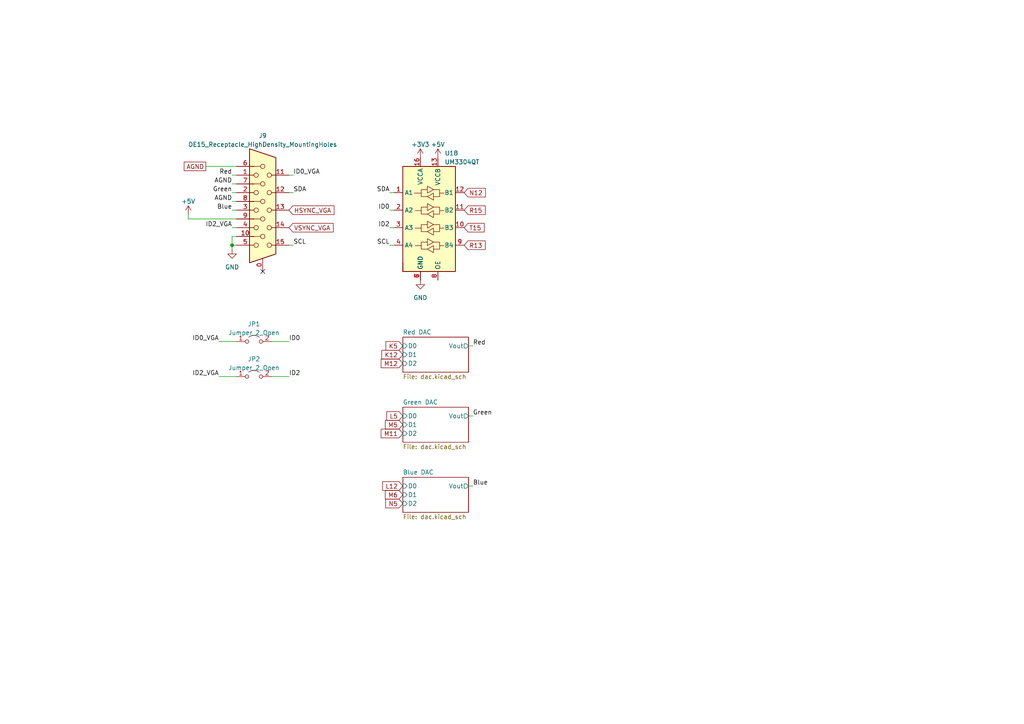
<source format=kicad_sch>
(kicad_sch (version 20230121) (generator eeschema)
  (paper "A4")
  (lib_symbols
    (symbol "Connector:DE15_Receptacle_HighDensity_MountingHoles" (pin_names (offset 1.016) hide)
      (property "Reference" "J" (at 0 21.59 0))
      (property "Value" "DE15_Receptacle_HighDensity_MountingHoles" (at 0 19.05 0))
      (symbol "DE15_Receptacle_HighDensity_MountingHoles_0_1"
        (circle (center -1.905 -10.16) (radius 0.635))
        (circle (center -1.905 -5.08) (radius 0.635))
        (circle (center -1.905 0) (radius 0.635))
        (circle (center -1.905 5.08) (radius 0.635))
        (circle (center -1.905 10.16) (radius 0.635))
        (circle (center 0 -7.62) (radius 0.635))
        (circle (center 0 -2.54) (radius 0.635))
        (polyline (pts (xy -3.175 7.62) (xy -0.635 7.62)))
        (polyline (pts (xy -0.635 -7.62) (xy -3.175 -7.62)))
        (polyline (pts (xy -0.635 -2.54) (xy -3.175 -2.54)))
        (polyline (pts (xy -0.635 2.54) (xy -3.175 2.54)))
        (polyline (pts (xy -0.635 12.7) (xy -3.175 12.7)))
        (polyline (pts (xy -3.81 17.78) (xy -3.81 -15.24) (xy 3.81 -12.7) (xy 3.81 15.24) (xy -3.81 17.78)) (stroke (width 0.254)) (fill (type background)))
        (circle (center 0 2.54) (radius 0.635))
        (circle (center 0 7.62) (radius 0.635))
        (circle (center 0 12.7) (radius 0.635))
        (circle (center 1.905 -10.16) (radius 0.635))
        (circle (center 1.905 -5.08) (radius 0.635))
        (circle (center 1.905 0) (radius 0.635))
        (circle (center 1.905 5.08) (radius 0.635))
        (circle (center 1.905 10.16) (radius 0.635))
      )
      (symbol "DE15_Receptacle_HighDensity_MountingHoles_1_1"
        (pin passive line (at 0 -17.78 90) (length 3.81) (name "~") (number "0"))
        (pin passive line (at -7.62 10.16 0) (length 5.08) (name "~") (number "1"))
        (pin passive line (at -7.62 -7.62 0) (length 5.08) (name "~") (number "10"))
        (pin passive line (at 7.62 10.16 180) (length 5.08) (name "~") (number "11"))
        (pin passive line (at 7.62 5.08 180) (length 5.08) (name "~") (number "12"))
        (pin passive line (at 7.62 0 180) (length 5.08) (name "~") (number "13"))
        (pin passive line (at 7.62 -5.08 180) (length 5.08) (name "~") (number "14"))
        (pin passive line (at 7.62 -10.16 180) (length 5.08) (name "~") (number "15"))
        (pin passive line (at -7.62 5.08 0) (length 5.08) (name "~") (number "2"))
        (pin passive line (at -7.62 0 0) (length 5.08) (name "~") (number "3"))
        (pin passive line (at -7.62 -5.08 0) (length 5.08) (name "~") (number "4"))
        (pin passive line (at -7.62 -10.16 0) (length 5.08) (name "~") (number "5"))
        (pin passive line (at -7.62 12.7 0) (length 5.08) (name "~") (number "6"))
        (pin passive line (at -7.62 7.62 0) (length 5.08) (name "~") (number "7"))
        (pin passive line (at -7.62 2.54 0) (length 5.08) (name "~") (number "8"))
        (pin passive line (at -7.62 -2.54 0) (length 5.08) (name "~") (number "9"))
      )
    )
    (symbol "Jumper:Jumper_2_Open" (pin_names (offset 0) hide)
      (property "Reference" "JP" (at 0 2.794 0))
      (property "Value" "Jumper_2_Open" (at 0 -2.286 0))
      (symbol "Jumper_2_Open_0_0"
        (circle (center -2.032 0) (radius 0.508))
        (circle (center 2.032 0) (radius 0.508))
      )
      (symbol "Jumper_2_Open_0_1"
        (arc (start 1.524 1.27) (mid 0 1.778) (end -1.524 1.27))
      )
      (symbol "Jumper_2_Open_1_1"
        (pin passive line (at -5.08 0 0) (length 2.54) (name "A") (number "1"))
        (pin passive line (at 5.08 0 180) (length 2.54) (name "B") (number "2"))
      )
    )
    (symbol "New_Library:UM3304QT"
      (property "Reference" "U" (at -6.35 16.51 0))
      (property "Value" "UM3304QT" (at 3.81 16.51 0))
      (symbol "UM3304QT_0_1"
        (rectangle (start -7.62 -15.24) (end -7.62 -12.7) (stroke (width 0.254)))
        (rectangle (start -7.62 15.24) (end 7.62 -15.24) (stroke (width 0.254)) (fill (type background)))
        (polyline (pts (xy -2.286 -7.747) (xy -2.286 -6.731) (xy -0.508 -6.731)))
        (polyline (pts (xy -2.286 -2.667) (xy -2.286 -1.651) (xy -0.508 -1.651)))
        (polyline (pts (xy -2.286 2.413) (xy -2.286 3.429) (xy -0.508 3.429)))
        (polyline (pts (xy -2.286 7.493) (xy -2.286 8.509) (xy -0.508 8.509)))
        (polyline (pts (xy 3.048 -7.747) (xy 3.048 -8.763) (xy 1.27 -8.763)))
        (polyline (pts (xy 3.048 -2.667) (xy 3.048 -3.683) (xy 1.27 -3.683)))
        (polyline (pts (xy 3.048 2.413) (xy 3.048 1.397) (xy 1.27 1.397)))
        (polyline (pts (xy 3.048 7.493) (xy 3.048 6.477) (xy 1.27 6.477)))
        (polyline (pts (xy -0.508 -8.763) (xy -2.286 -8.763) (xy -2.286 -7.747) (xy -4.064 -7.747)))
        (polyline (pts (xy -0.508 -8.763) (xy 1.27 -7.747) (xy 1.27 -9.779) (xy -0.508 -8.763)))
        (polyline (pts (xy -0.508 -3.683) (xy -2.286 -3.683) (xy -2.286 -2.667) (xy -4.064 -2.667)))
        (polyline (pts (xy -0.508 -3.683) (xy 1.27 -2.667) (xy 1.27 -4.699) (xy -0.508 -3.683)))
        (polyline (pts (xy -0.508 1.397) (xy -2.286 1.397) (xy -2.286 2.413) (xy -4.064 2.413)))
        (polyline (pts (xy -0.508 1.397) (xy 1.27 2.413) (xy 1.27 0.381) (xy -0.508 1.397)))
        (polyline (pts (xy -0.508 6.477) (xy -2.286 6.477) (xy -2.286 7.493) (xy -4.318 7.493)))
        (polyline (pts (xy -0.508 6.477) (xy 1.27 7.493) (xy 1.27 5.461) (xy -0.508 6.477)))
        (polyline (pts (xy 1.27 -6.731) (xy -0.508 -7.747) (xy -0.508 -5.715) (xy 1.27 -6.731)))
        (polyline (pts (xy 1.27 -6.731) (xy 3.048 -6.731) (xy 3.048 -7.747) (xy 4.318 -7.747)))
        (polyline (pts (xy 1.27 -1.651) (xy -0.508 -2.667) (xy -0.508 -0.635) (xy 1.27 -1.651)))
        (polyline (pts (xy 1.27 -1.651) (xy 3.048 -1.651) (xy 3.048 -2.667) (xy 4.318 -2.667)))
        (polyline (pts (xy 1.27 3.429) (xy -0.508 2.413) (xy -0.508 4.445) (xy 1.27 3.429)))
        (polyline (pts (xy 1.27 3.429) (xy 3.048 3.429) (xy 3.048 2.413) (xy 4.318 2.413)))
        (polyline (pts (xy 1.27 8.509) (xy -0.508 7.493) (xy -0.508 9.525) (xy 1.27 8.509)))
        (polyline (pts (xy 1.27 8.509) (xy 3.048 8.509) (xy 3.048 7.493) (xy 4.318 7.493)))
      )
      (symbol "UM3304QT_1_1"
        (pin bidirectional line (at -10.16 7.62 0) (length 2.54) (name "A1") (number "1"))
        (pin bidirectional line (at 10.16 -2.54 180) (length 2.54) (name "B3") (number "10"))
        (pin bidirectional line (at 10.16 2.54 180) (length 2.54) (name "B2") (number "11"))
        (pin bidirectional line (at 10.16 7.62 180) (length 2.54) (name "B1") (number "12"))
        (pin power_in line (at 2.54 17.78 270) (length 2.54) (name "VCCB") (number "13"))
        (pin no_connect line (at 10.16 12.7 180) (length 2.54) hide (name "NC") (number "14"))
        (pin no_connect line (at -10.16 12.7 0) (length 2.54) hide (name "NC") (number "15"))
        (pin power_in line (at -2.54 17.78 270) (length 2.54) (name "VCCA") (number "16"))
        (pin bidirectional line (at -10.16 2.54 0) (length 2.54) (name "A2") (number "2"))
        (pin bidirectional line (at -10.16 -2.54 0) (length 2.54) (name "A3") (number "3"))
        (pin bidirectional line (at -10.16 -7.62 0) (length 2.54) (name "A4") (number "4"))
        (pin no_connect line (at -10.16 -11.43 0) (length 2.54) hide (name "NC") (number "5"))
        (pin power_in line (at -2.54 -17.78 90) (length 2.54) (name "GND") (number "6"))
        (pin power_in line (at -2.54 -17.78 90) (length 2.54) (name "GND") (number "7"))
        (pin input line (at 2.54 -17.78 90) (length 2.54) (name "OE") (number "8"))
        (pin bidirectional line (at 10.16 -7.62 180) (length 2.54) (name "B4") (number "9"))
      )
    )
    (symbol "power:+3V3" (power) (pin_names (offset 0))
      (property "Value" "+3V3" (at 0 3.556 0))
      (symbol "+3V3_0_1"
        (polyline (pts (xy -0.762 1.27) (xy 0 2.54)))
        (polyline (pts (xy 0 0) (xy 0 2.54)))
        (polyline (pts (xy 0 2.54) (xy 0.762 1.27)))
      )
      (symbol "+3V3_1_1"
        (pin power_in line (at 0 0 90) (length 0) hide (name "+3V3") (number "1"))
      )
    )
    (symbol "power:+5V" (power) (pin_names (offset 0))
      (property "Value" "+5V" (at 0 3.556 0))
      (symbol "+5V_0_1"
        (polyline (pts (xy -0.762 1.27) (xy 0 2.54)))
        (polyline (pts (xy 0 0) (xy 0 2.54)))
        (polyline (pts (xy 0 2.54) (xy 0.762 1.27)))
      )
      (symbol "+5V_1_1"
        (pin power_in line (at 0 0 90) (length 0) hide (name "+5V") (number "1"))
      )
    )
    (symbol "power:GND" (power) (pin_names (offset 0))
      (property "Value" "GND" (at 0 -3.81 0))
      (symbol "GND_0_1"
        (polyline (pts (xy 0 0) (xy 0 -1.27) (xy 1.27 -1.27) (xy 0 -2.54) (xy -1.27 -1.27) (xy 0 -1.27)))
      )
      (symbol "GND_1_1"
        (pin power_in line (at 0 0 270) (length 0) hide (name "GND") (number "1"))
      )
    )
  )
  (junction (at 67.31 71.12))
  (no_connect (at 76.2 78.74))
  (wire (pts (xy 67.31 68.58) (xy 67.31 71.12)))
  (wire (pts (xy 68.58 68.58) (xy 67.31 68.58)))
  (wire (pts (xy 113.03 55.88) (xy 114.3 55.88)))
  (wire (pts (xy 135.89 100.33) (xy 137.16 100.33)))
  (wire (pts (xy 113.03 71.12) (xy 114.3 71.12)))
  (wire (pts (xy 67.31 50.8) (xy 68.58 50.8)))
  (wire (pts (xy 67.31 53.34) (xy 68.58 53.34)))
  (wire (pts (xy 83.82 99.06) (xy 78.74 99.06)))
  (wire (pts (xy 113.03 66.04) (xy 114.3 66.04)))
  (wire (pts (xy 67.31 72.39) (xy 67.31 71.12)))
  (wire (pts (xy 67.31 71.12) (xy 68.58 71.12)))
  (wire (pts (xy 67.31 60.96) (xy 68.58 60.96)))
  (wire (pts (xy 113.03 60.96) (xy 114.3 60.96)))
  (wire (pts (xy 83.82 50.8) (xy 85.09 50.8)))
  (wire (pts (xy 67.31 55.88) (xy 68.58 55.88)))
  (wire (pts (xy 83.82 71.12) (xy 85.09 71.12)))
  (wire (pts (xy 83.82 109.22) (xy 78.74 109.22)))
  (wire (pts (xy 135.89 120.65) (xy 137.16 120.65)))
  (wire (pts (xy 135.89 140.97) (xy 137.16 140.97)))
  (wire (pts (xy 67.31 58.42) (xy 68.58 58.42)))
  (wire (pts (xy 83.82 55.88) (xy 85.09 55.88)))
  (wire (pts (xy 63.5 99.06) (xy 68.58 99.06)))
  (wire (pts (xy 63.5 109.22) (xy 68.58 109.22)))
  (wire (pts (xy 59.69 48.26) (xy 68.58 48.26)))
  (wire (pts (xy 54.61 62.23) (xy 54.61 63.5)))
  (wire (pts (xy 54.61 63.5) (xy 68.58 63.5)))
  (wire (pts (xy 67.31 66.04) (xy 68.58 66.04)))
  (label "ID0" (at 83.82 99.06 0))
  (label "ID0_VGA" (at 85.09 50.8 0))
  (label "SDA" (at 113.03 55.88 180))
  (label "Red" (at 67.31 50.8 180) (property "Intersheetrefs" "${INTERSHEET_REFS}" (effects hide)))
  (label "Green" (at 137.16 120.65 0))
  (label "ID0" (at 113.03 60.96 180))
  (label "ID2_VGA" (at 63.5 109.22 180))
  (label "Red" (at 137.16 100.33 0))
  (label "AGND" (at 67.31 58.42 180) (property "Intersheetrefs" "${INTERSHEET_REFS}" (effects hide)))
  (label "Blue" (at 137.16 140.97 0))
  (label "ID2" (at 113.03 66.04 180))
  (label "ID0_VGA" (at 63.5 99.06 180))
  (label "SCL" (at 85.09 71.12 0))
  (label "ID2_VGA" (at 67.31 66.04 180))
  (label "SDA" (at 85.09 55.88 0))
  (label "Green" (at 67.31 55.88 180) (property "Intersheetrefs" "${INTERSHEET_REFS}" (effects hide)))
  (label "AGND" (at 67.31 53.34 180) (property "Intersheetrefs" "${INTERSHEET_REFS}" (effects hide)))
  (label "SCL" (at 113.03 71.12 180))
  (label "ID2" (at 83.82 109.22 0))
  (label "Blue" (at 67.31 60.96 180) (property "Intersheetrefs" "${INTERSHEET_REFS}" (effects hide)))
  (global_label "N12" (shape input) (at 134.62 55.88 0) (property "Intersheetrefs" "${INTERSHEET_REFS}" (effects hide)))
  (global_label "M12" (shape input) (at 116.84 105.41 180) (property "Intersheetrefs" "${INTERSHEET_REFS}" (effects hide)))
  (global_label "R15" (shape input) (at 134.62 60.96 0) (property "Intersheetrefs" "${INTERSHEET_REFS}" (effects hide)))
  (global_label "M6" (shape input) (at 116.84 143.51 180) (property "Intersheetrefs" "${INTERSHEET_REFS}" (effects hide)))
  (global_label "M11" (shape input) (at 116.84 125.73 180) (property "Intersheetrefs" "${INTERSHEET_REFS}" (effects hide)))
  (global_label "K5" (shape input) (at 116.84 100.33 180) (property "Intersheetrefs" "${INTERSHEET_REFS}" (effects hide)))
  (global_label "L12" (shape input) (at 116.84 140.97 180) (property "Intersheetrefs" "${INTERSHEET_REFS}" (effects hide)))
  (global_label "M5" (shape input) (at 116.84 123.19 180) (property "Intersheetrefs" "${INTERSHEET_REFS}" (effects hide)))
  (global_label "VSYNC_VGA" (shape input) (at 83.82 66.04 0) (property "Intersheetrefs" "${INTERSHEET_REFS}" (effects hide)))
  (global_label "T15" (shape input) (at 134.62 66.04 0) (property "Intersheetrefs" "${INTERSHEET_REFS}" (effects hide)))
  (global_label "K12" (shape input) (at 116.84 102.87 180) (property "Intersheetrefs" "${INTERSHEET_REFS}" (effects hide)))
  (global_label "N5" (shape input) (at 116.84 146.05 180) (property "Intersheetrefs" "${INTERSHEET_REFS}" (effects hide)))
  (global_label "AGND" (shape passive) (at 59.69 48.26 180) (property "Intersheetrefs" "${INTERSHEET_REFS}" (effects hide)))
  (global_label "R13" (shape input) (at 134.62 71.12 0) (property "Intersheetrefs" "${INTERSHEET_REFS}" (effects hide)))
  (global_label "HSYNC_VGA" (shape input) (at 83.82 60.96 0) (property "Intersheetrefs" "${INTERSHEET_REFS}" (effects hide)))
  (global_label "L5" (shape input) (at 116.84 120.65 180) (property "Intersheetrefs" "${INTERSHEET_REFS}" (effects hide)))
  (symbol (lib_id "Connector:DE15_Receptacle_HighDensity_MountingHoles") (at 76.2 60.96 0) (unit 1)
    (property "Reference" "J9" (at 76.2 39.37 0))
    (property "Value" "DE15_Receptacle_HighDensity_MountingHoles" (at 76.2 41.91 0))
    (property "Footprint" "Connector_Dsub:DSUB-15-HD_Female_Horizontal_P2.29x1.98mm_EdgePinOffset3.03mm_Housed_MountingHolesOffset4.94mm" (effects hide))
    (property "Datasheet" " ~" (effects hide))
  )
  (symbol (lib_id "Jumper:Jumper_2_Open") (at 73.66 99.06 0) (unit 1)
    (property "Reference" "JP1" (at 73.66 93.98 0))
    (property "Value" "Jumper_2_Open" (at 73.66 96.52 0))
    (property "Footprint" "Jumper:SolderJumper-2_P1.3mm_Open_TrianglePad1.0x1.5mm" (effects hide))
  )
  (symbol (lib_id "power:+5V") (at 127 45.72 0) (unit 1)
    (property "Reference" "#PWR057" (effects hide))
    (property "Value" "+5V" (at 127 41.91 0))
    (instances (project "motherboard" (path "" (reference "#PWR057") (unit 1)) (path "" (reference "#PWR057") (unit 1)) (path "" (reference "#PWR062") (unit 1))))
  )
  (symbol (lib_id "New_Library:UM3304QT") (at 124.46 63.5 0) (unit 1)
    (property "Reference" "U18" (at 128.9559 44.45 0) (effects (justify left)))
    (property "Value" "UM3304QT" (at 128.9559 46.99 0) (effects (justify left)))
    (property "Footprint" "Library:QFN-16_1.8x2.6_Pitch0.4mm" (effects hide))
    (instances (project "motherboard" (path "" (reference "U18") (unit 1)) (path "" (reference "U18") (unit 1)) (path "" (reference "U19") (unit 1))))
  )
  (symbol (lib_id "power:GND") (at 67.31 72.39 0) (mirror y) (unit 1)
    (property "Reference" "#PWR058" (effects hide))
    (property "Value" "GND" (at 67.31 77.47 0))
  )
  (symbol (lib_id "power:+5V") (at 54.61 62.23 0) (unit 1)
    (property "Reference" "#PWR059" (effects hide))
    (property "Value" "+5V" (at 54.61 58.42 0))
  )
  (symbol (lib_id "Jumper:Jumper_2_Open") (at 73.66 109.22 0) (unit 1)
    (property "Reference" "JP2" (at 73.66 104.14 0))
    (property "Value" "Jumper_2_Open" (at 73.66 106.68 0))
    (property "Footprint" "Jumper:SolderJumper-2_P1.3mm_Open_TrianglePad1.0x1.5mm" (effects hide))
  )
  (symbol (lib_id "power:+3V3") (at 121.92 45.72 0) (unit 1)
    (property "Reference" "#PWR053" (effects hide))
    (property "Value" "+3V3" (at 121.92 41.91 0))
    (instances (project "motherboard" (path "" (reference "#PWR053") (unit 1)) (path "" (reference "#PWR053") (unit 1)) (path "" (reference "#PWR060") (unit 1))))
  )
  (symbol (lib_id "power:GND") (at 121.92 81.28 0) (unit 1)
    (property "Reference" "#PWR054" (effects hide))
    (property "Value" "GND" (at 121.92 86.36 0))
    (instances (project "motherboard" (path "" (reference "#PWR054") (unit 1)) (path "" (reference "#PWR054") (unit 1)) (path "" (reference "#PWR061") (unit 1))))
  )
  (sheet (at 116.84 97.79) (size 19.05 10.16) (stroke (width 0.1524))
    (property "Sheetname" "Red DAC" (at 116.84 97.0784 0) (effects (justify left bottom)))
    (property "Sheetfile" "dac.kicad_sch" (at 116.84 108.5346 0) (effects (justify left top)))
    (pin "D0" input (at 116.84 100.33 180))
    (pin "D2" input (at 116.84 105.41 180))
    (pin "D1" input (at 116.84 102.87 180))
    (pin "Vout" output (at 135.89 100.33 0))
  )
  (sheet (at 116.84 118.11) (size 19.05 10.16) (stroke (width 0.1524))
    (property "Sheetname" "Green DAC" (at 116.84 117.3984 0) (effects (justify left bottom)))
    (property "Sheetfile" "dac.kicad_sch" (at 116.84 128.8546 0) (effects (justify left top)))
    (pin "D0" input (at 116.84 120.65 180))
    (pin "D2" input (at 116.84 125.73 180))
    (pin "D1" input (at 116.84 123.19 180))
    (pin "Vout" output (at 135.89 120.65 0))
  )
  (sheet (at 116.84 138.43) (size 19.05 10.16) (stroke (width 0.1524))
    (property "Sheetname" "Blue DAC" (at 116.84 137.7184 0) (effects (justify left bottom)))
    (property "Sheetfile" "dac.kicad_sch" (at 116.84 149.1746 0) (effects (justify left top)))
    (pin "D0" input (at 116.84 140.97 180))
    (pin "D2" input (at 116.84 146.05 180))
    (pin "D1" input (at 116.84 143.51 180))
    (pin "Vout" output (at 135.89 140.97 0))
  )
)
</source>
